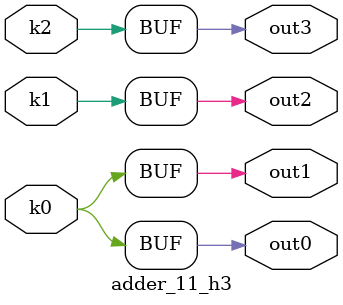
<source format=v>
module adder(pi000, pi001, pi002, pi003, pi004, pi005, pi006, pi007, pi008, pi009, pi010, pi011, pi012, pi013, pi014, pi015, pi016, pi017, pi018, pi019, pi020, pi021, pi022, pi023, pi024, pi025, pi026, pi027, pi028, pi029, pi030, pi031, pi032, pi033, pi034, pi035, pi036, pi037, pi038, pi039, pi040, pi041, pi042, pi043, pi044, pi045, pi046, pi047, pi048, pi049, pi050, pi051, pi052, pi053, pi054, pi055, pi056, pi057, pi058, pi059, pi060, pi061, pi062, pi063, pi064, pi065, pi066, pi067, pi068, pi069, pi070, pi071, pi072, pi073, pi074, pi075, pi076, pi077, pi078, pi079, pi080, pi081, pi082, pi083, pi084, pi085, pi086, pi087, pi088, pi089, pi090, pi091, pi092, pi093, pi094, pi095, pi096, pi097, pi098, pi099, pi100, pi101, pi102, pi103, pi104, pi105, pi106, pi107, pi108, pi109, pi110, pi111, pi112, pi113, pi114, pi115, pi116, pi117, pi118, pi119, pi120, pi121, pi122, pi123, pi124, pi125, pi126, pi127, pi128, pi129, pi130, pi131, pi132, pi133, pi134, pi135, pi136, pi137, pi138, pi139, pi140, pi141, pi142, pi143, pi144, pi145, pi146, pi147, pi148, pi149, pi150, pi151, pi152, pi153, pi154, pi155, pi156, pi157, pi158, pi159, pi160, pi161, pi162, pi163, pi164, pi165, pi166, pi167, pi168, pi169, pi170, pi171, pi172, pi173, pi174, pi175, pi176, pi177, pi178, pi179, pi180, pi181, pi182, pi183, pi184, pi185, pi186, pi187, pi188, pi189, pi190, pi191, pi192, pi193, pi194, pi195, pi196, pi197, pi198, pi199, pi200, pi201, pi202, pi203, pi204, pi205, pi206, pi207, pi208, pi209, pi210, pi211, pi212, pi213, pi214, pi215, pi216, pi217, pi218, pi219, pi220, pi221, pi222, pi223, pi224, pi225, pi226, pi227, pi228, pi229, pi230, pi231, pi232, pi233, pi234, pi235, pi236, pi237, pi238, pi239, pi240, pi241, pi242, pi243, pi244, pi245, pi246, pi247, pi248, pi249, pi250, pi251, pi252, pi253, pi254, pi255, po000, po001, po002, po003, po004, po005, po006, po007, po008, po009, po010, po011, po012, po013, po014, po015, po016, po017, po018, po019, po020, po021, po022, po023, po024, po025, po026, po027, po028, po029, po030, po031, po032, po033, po034, po035, po036, po037, po038, po039, po040, po041, po042, po043, po044, po045, po046, po047, po048, po049, po050, po051, po052, po053, po054, po055, po056, po057, po058, po059, po060, po061, po062, po063, po064, po065, po066, po067, po068, po069, po070, po071, po072, po073, po074, po075, po076, po077, po078, po079, po080, po081, po082, po083, po084, po085, po086, po087, po088, po089, po090, po091, po092, po093, po094, po095, po096, po097, po098, po099, po100, po101, po102, po103, po104, po105, po106, po107, po108, po109, po110, po111, po112, po113, po114, po115, po116, po117, po118, po119, po120, po121, po122, po123, po124, po125, po126, po127, po128);
  input pi000, pi001, pi002, pi003, pi004, pi005, pi006, pi007, pi008, pi009, pi010, pi011, pi012, pi013, pi014, pi015, pi016, pi017, pi018, pi019, pi020, pi021, pi022, pi023, pi024, pi025, pi026, pi027, pi028, pi029, pi030, pi031, pi032, pi033, pi034, pi035, pi036, pi037, pi038, pi039, pi040, pi041, pi042, pi043, pi044, pi045, pi046, pi047, pi048, pi049, pi050, pi051, pi052, pi053, pi054, pi055, pi056, pi057, pi058, pi059, pi060, pi061, pi062, pi063, pi064, pi065, pi066, pi067, pi068, pi069, pi070, pi071, pi072, pi073, pi074, pi075, pi076, pi077, pi078, pi079, pi080, pi081, pi082, pi083, pi084, pi085, pi086, pi087, pi088, pi089, pi090, pi091, pi092, pi093, pi094, pi095, pi096, pi097, pi098, pi099, pi100, pi101, pi102, pi103, pi104, pi105, pi106, pi107, pi108, pi109, pi110, pi111, pi112, pi113, pi114, pi115, pi116, pi117, pi118, pi119, pi120, pi121, pi122, pi123, pi124, pi125, pi126, pi127, pi128, pi129, pi130, pi131, pi132, pi133, pi134, pi135, pi136, pi137, pi138, pi139, pi140, pi141, pi142, pi143, pi144, pi145, pi146, pi147, pi148, pi149, pi150, pi151, pi152, pi153, pi154, pi155, pi156, pi157, pi158, pi159, pi160, pi161, pi162, pi163, pi164, pi165, pi166, pi167, pi168, pi169, pi170, pi171, pi172, pi173, pi174, pi175, pi176, pi177, pi178, pi179, pi180, pi181, pi182, pi183, pi184, pi185, pi186, pi187, pi188, pi189, pi190, pi191, pi192, pi193, pi194, pi195, pi196, pi197, pi198, pi199, pi200, pi201, pi202, pi203, pi204, pi205, pi206, pi207, pi208, pi209, pi210, pi211, pi212, pi213, pi214, pi215, pi216, pi217, pi218, pi219, pi220, pi221, pi222, pi223, pi224, pi225, pi226, pi227, pi228, pi229, pi230, pi231, pi232, pi233, pi234, pi235, pi236, pi237, pi238, pi239, pi240, pi241, pi242, pi243, pi244, pi245, pi246, pi247, pi248, pi249, pi250, pi251, pi252, pi253, pi254, pi255;
  output po000, po001, po002, po003, po004, po005, po006, po007, po008, po009, po010, po011, po012, po013, po014, po015, po016, po017, po018, po019, po020, po021, po022, po023, po024, po025, po026, po027, po028, po029, po030, po031, po032, po033, po034, po035, po036, po037, po038, po039, po040, po041, po042, po043, po044, po045, po046, po047, po048, po049, po050, po051, po052, po053, po054, po055, po056, po057, po058, po059, po060, po061, po062, po063, po064, po065, po066, po067, po068, po069, po070, po071, po072, po073, po074, po075, po076, po077, po078, po079, po080, po081, po082, po083, po084, po085, po086, po087, po088, po089, po090, po091, po092, po093, po094, po095, po096, po097, po098, po099, po100, po101, po102, po103, po104, po105, po106, po107, po108, po109, po110, po111, po112, po113, po114, po115, po116, po117, po118, po119, po120, po121, po122, po123, po124, po125, po126, po127, po128;
  wire n0, n1, n2, n3, n4, n5, n6, n7, n8, n9, n10, n11, n12, n13, n14, n15, n16, n17, n18, n19, n20, n21, n22, n23, n24, n25, n26, n27, n28, n29, n30, n31, n32, n33, n34, n35, n36, n37, n38, tpo000, tpo001, tpo002, tpo003, tpo004, tpo005, tpo006, tpo007, tpo008, tpo009, tpo010, tpo011, tpo012, tpo013, tpo014, tpo015, tpo016, tpo017, tpo018, tpo019, tpo020, tpo021, tpo022, tpo023, tpo024, tpo025, tpo026, tpo027, tpo028, tpo029, tpo030, tpo031, tpo032, tpo033, tpo034, tpo035, tpo036, tpo037, tpo038, tpo039, tpo040, tpo041, tpo042, tpo043, tpo044, tpo045, tpo046, tpo047, tpo048, tpo049, tpo050, tpo051, tpo052, tpo053, tpo054, tpo055, tpo056, tpo057, tpo058, tpo059, tpo060, tpo061, tpo062, tpo063, tpo064, tpo065, tpo066, tpo067, tpo068, tpo069, tpo070, tpo071, tpo072, tpo073, tpo074, tpo075, tpo076, tpo077, tpo078, tpo079, tpo080, tpo081, tpo082, tpo083, tpo084, tpo085, tpo086, tpo087, tpo088, tpo089, tpo090, tpo091, tpo092, tpo093, tpo094, tpo095, tpo096, tpo097, tpo098, tpo099, tpo100, tpo101, tpo102, tpo103, tpo104, tpo105, tpo106, tpo107, tpo108, tpo109, tpo110, tpo111, tpo112, tpo113, tpo114, tpo115, tpo116, tpo117, tpo118, tpo119, tpo120, tpo121, tpo122, tpo123, tpo124, tpo125, tpo126, tpo127, tpo128;
  assign po000 = ~tpo000;
  assign po001 = ~tpo001;
  assign po002 = tpo002;
  assign po003 = tpo003;
  assign po004 = tpo004;
  assign po005 = tpo005;
  assign po006 = tpo006;
  assign po007 = tpo007;
  assign po008 = tpo008;
  assign po009 = tpo009;
  assign po010 = tpo010;
  assign po011 = tpo011;
  assign po012 = tpo012;
  assign po013 = tpo013;
  assign po014 = tpo014;
  assign po015 = tpo015;
  assign po016 = tpo016;
  assign po017 = tpo017;
  assign po018 = tpo018;
  assign po019 = tpo019;
  assign po020 = tpo020;
  assign po021 = tpo021;
  assign po022 = tpo022;
  assign po023 = tpo023;
  assign po024 = tpo024;
  assign po025 = tpo025;
  assign po026 = tpo026;
  assign po027 = tpo027;
  assign po028 = tpo028;
  assign po029 = tpo029;
  assign po030 = tpo030;
  assign po031 = tpo031;
  assign po032 = tpo032;
  assign po033 = tpo033;
  assign po034 = tpo034;
  assign po035 = tpo035;
  assign po036 = tpo036;
  assign po037 = tpo037;
  assign po038 = tpo038;
  assign po039 = tpo039;
  assign po040 = tpo040;
  assign po041 = tpo041;
  assign po042 = tpo042;
  assign po043 = tpo043;
  assign po044 = tpo044;
  assign po045 = tpo045;
  assign po046 = tpo046;
  assign po047 = tpo047;
  assign po048 = tpo048;
  assign po049 = tpo049;
  assign po050 = tpo050;
  assign po051 = tpo051;
  assign po052 = tpo052;
  assign po053 = tpo053;
  assign po054 = tpo054;
  assign po055 = tpo055;
  assign po056 = tpo056;
  assign po057 = tpo057;
  assign po058 = tpo058;
  assign po059 = tpo059;
  assign po060 = tpo060;
  assign po061 = tpo061;
  assign po062 = tpo062;
  assign po063 = tpo063;
  assign po064 = tpo064;
  assign po065 = tpo065;
  assign po066 = tpo066;
  assign po067 = tpo067;
  assign po068 = tpo068;
  assign po069 = tpo069;
  assign po070 = tpo070;
  assign po071 = tpo071;
  assign po072 = tpo072;
  assign po073 = tpo073;
  assign po074 = tpo074;
  assign po075 = tpo075;
  assign po076 = tpo076;
  assign po077 = tpo077;
  assign po078 = tpo078;
  assign po079 = tpo079;
  assign po080 = tpo080;
  assign po081 = tpo081;
  assign po082 = tpo082;
  assign po083 = tpo083;
  assign po084 = tpo084;
  assign po085 = tpo085;
  assign po086 = tpo086;
  assign po087 = tpo087;
  assign po088 = tpo088;
  assign po089 = tpo089;
  assign po090 = tpo090;
  assign po091 = tpo091;
  assign po092 = tpo092;
  assign po093 = tpo093;
  assign po094 = tpo094;
  assign po095 = tpo095;
  assign po096 = tpo096;
  assign po097 = tpo097;
  assign po098 = tpo098;
  assign po099 = tpo099;
  assign po100 = tpo100;
  assign po101 = tpo101;
  assign po102 = tpo102;
  assign po103 = tpo103;
  assign po104 = tpo104;
  assign po105 = tpo105;
  assign po106 = tpo106;
  assign po107 = tpo107;
  assign po108 = tpo108;
  assign po109 = tpo109;
  assign po110 = tpo110;
  assign po111 = tpo111;
  assign po112 = tpo112;
  assign po113 = tpo113;
  assign po114 = tpo114;
  assign po115 = tpo115;
  assign po116 = tpo116;
  assign po117 = tpo117;
  assign po118 = tpo118;
  assign po119 = tpo119;
  assign po120 = tpo120;
  assign po121 = tpo121;
  assign po122 = tpo122;
  assign po123 = tpo123;
  assign po124 = tpo124;
  assign po125 = tpo125;
  assign po126 = tpo126;
  assign po127 = tpo127;
  assign po128 = ~tpo128;
  adder_0 U0 ( .pi0( pi115 ), .pi1( pi116 ), .pi2( pi117 ), .pi3( pi243 ), .pi4( pi244 ), .pi5( pi245 ), .pi6( n35 ), .po0( tpo115 ), .po1( tpo116 ), .po2( tpo117 ), .po3( n36 ) );
  adder_1 U1 ( .pi0( pi112 ), .pi1( pi113 ), .pi2( pi114 ), .pi3( pi240 ), .pi4( pi241 ), .pi5( pi242 ), .pi6( n34 ), .po0( tpo112 ), .po1( tpo113 ), .po2( tpo114 ), .po3( n35 ) );
  adder_2 U2 ( .pi0( pi125 ), .pi1( pi126 ), .pi2( pi127 ), .pi3( pi253 ), .pi4( pi254 ), .pi5( pi255 ), .pi6( n38 ), .po0( tpo125 ), .po1( tpo126 ), .po2( tpo127 ), .po3( tpo128 ) );
  adder_3 U3 ( .pi0( pi122 ), .pi1( pi123 ), .pi2( pi124 ), .pi3( pi250 ), .pi4( pi251 ), .pi5( pi252 ), .pi6( n37 ), .po0( tpo122 ), .po1( tpo123 ), .po2( tpo124 ), .po3( n38 ) );
  adder_4 U4 ( .pi0( pi118 ), .pi1( pi119 ), .pi2( pi120 ), .pi3( pi121 ), .pi4( pi246 ), .pi5( pi247 ), .pi6( pi248 ), .pi7( pi249 ), .pi8( n36 ), .po0( tpo118 ), .po1( tpo119 ), .po2( tpo120 ), .po3( tpo121 ), .po4( n37 ) );
  adder_5 U5 ( .pi0( pi106 ), .pi1( pi107 ), .pi2( pi108 ), .pi3( pi234 ), .pi4( pi235 ), .pi5( pi236 ), .pi6( n32 ), .po0( tpo106 ), .po1( tpo107 ), .po2( tpo108 ), .po3( n33 ) );
  adder_6 U6 ( .pi0( pi109 ), .pi1( pi110 ), .pi2( pi111 ), .pi3( pi237 ), .pi4( pi238 ), .pi5( pi239 ), .pi6( n33 ), .po0( tpo109 ), .po1( tpo110 ), .po2( tpo111 ), .po3( n34 ) );
  adder_7 U7 ( .pi0( pi103 ), .pi1( pi104 ), .pi2( pi105 ), .pi3( pi231 ), .pi4( pi232 ), .pi5( pi233 ), .pi6( n31 ), .po0( tpo103 ), .po1( tpo104 ), .po2( tpo105 ), .po3( n32 ) );
  adder_8 U8 ( .pi0( pi096 ), .pi1( pi097 ), .pi2( pi098 ), .pi3( pi224 ), .pi4( pi225 ), .pi5( pi226 ), .pi6( n29 ), .po0( tpo096 ), .po1( tpo097 ), .po2( tpo098 ), .po3( n30 ) );
  adder_9 U9 ( .pi0( pi099 ), .pi1( pi100 ), .pi2( pi101 ), .pi3( pi102 ), .pi4( pi227 ), .pi5( pi228 ), .pi6( pi229 ), .pi7( pi230 ), .pi8( n30 ), .po0( tpo099 ), .po1( tpo100 ), .po2( tpo101 ), .po3( tpo102 ), .po4( n31 ) );
  adder_10 U10 ( .pi0( pi093 ), .pi1( pi094 ), .pi2( pi095 ), .pi3( pi221 ), .pi4( pi222 ), .pi5( pi223 ), .pi6( n28 ), .po0( tpo093 ), .po1( tpo094 ), .po2( tpo095 ), .po3( n29 ) );
  adder_11 U11 ( .pi0( pi090 ), .pi1( pi091 ), .pi2( pi092 ), .pi3( pi218 ), .pi4( pi219 ), .pi5( pi220 ), .pi6( n27 ), .po0( tpo090 ), .po1( tpo091 ), .po2( tpo092 ), .po3( n28 ) );
  adder_12 U12 ( .pi0( pi080 ), .pi1( pi081 ), .pi2( pi082 ), .pi3( pi208 ), .pi4( pi209 ), .pi5( pi210 ), .pi6( n24 ), .po0( tpo080 ), .po1( tpo081 ), .po2( tpo082 ), .po3( n25 ) );
  adder_13 U13 ( .pi0( pi087 ), .pi1( pi088 ), .pi2( pi089 ), .pi3( pi215 ), .pi4( pi216 ), .pi5( pi217 ), .pi6( n26 ), .po0( tpo087 ), .po1( tpo088 ), .po2( tpo089 ), .po3( n27 ) );
  adder_14 U14 ( .pi0( pi083 ), .pi1( pi084 ), .pi2( pi085 ), .pi3( pi086 ), .pi4( pi211 ), .pi5( pi212 ), .pi6( pi213 ), .pi7( pi214 ), .pi8( n25 ), .po0( tpo083 ), .po1( tpo084 ), .po2( tpo085 ), .po3( tpo086 ), .po4( n26 ) );
  adder_15 U15 ( .pi0( pi074 ), .pi1( pi075 ), .pi2( pi076 ), .pi3( pi202 ), .pi4( pi203 ), .pi5( pi204 ), .pi6( n22 ), .po0( tpo074 ), .po1( tpo075 ), .po2( tpo076 ), .po3( n23 ) );
  adder_16 U16 ( .pi0( pi077 ), .pi1( pi078 ), .pi2( pi079 ), .pi3( pi205 ), .pi4( pi206 ), .pi5( pi207 ), .pi6( n23 ), .po0( tpo077 ), .po1( tpo078 ), .po2( tpo079 ), .po3( n24 ) );
  adder_17 U17 ( .pi0( pi071 ), .pi1( pi072 ), .pi2( pi073 ), .pi3( pi199 ), .pi4( pi200 ), .pi5( pi201 ), .pi6( n21 ), .po0( tpo071 ), .po1( tpo072 ), .po2( tpo073 ), .po3( n22 ) );
  adder_18 U18 ( .pi0( pi068 ), .pi1( pi069 ), .pi2( pi070 ), .pi3( pi196 ), .pi4( pi197 ), .pi5( pi198 ), .pi6( n20 ), .po0( tpo068 ), .po1( tpo069 ), .po2( tpo070 ), .po3( n21 ) );
  adder_19 U19 ( .pi0( pi064 ), .pi1( pi065 ), .pi2( pi066 ), .pi3( pi067 ), .pi4( pi192 ), .pi5( pi193 ), .pi6( pi194 ), .pi7( pi195 ), .pi8( n19 ), .po0( tpo064 ), .po1( tpo065 ), .po2( tpo066 ), .po3( tpo067 ), .po4( n20 ) );
  adder_20 U20 ( .pi0( pi016 ), .pi1( pi017 ), .pi2( pi018 ), .pi3( pi144 ), .pi4( pi145 ), .pi5( pi146 ), .pi6( n4 ), .po0( tpo016 ), .po1( tpo017 ), .po2( tpo018 ), .po3( n5 ) );
  adder_21 U21 ( .pi0( pi019 ), .pi1( pi020 ), .pi2( pi021 ), .pi3( pi147 ), .pi4( pi148 ), .pi5( pi149 ), .pi6( n5 ), .po0( tpo019 ), .po1( tpo020 ), .po2( tpo021 ), .po3( n6 ) );
  adder_22 U22 ( .pi0( pi029 ), .pi1( pi030 ), .pi2( pi031 ), .pi3( pi157 ), .pi4( pi158 ), .pi5( pi159 ), .pi6( n8 ), .po0( tpo029 ), .po1( tpo030 ), .po2( tpo031 ), .po3( n9 ) );
  adder_23 U23 ( .pi0( pi022 ), .pi1( pi023 ), .pi2( pi024 ), .pi3( pi025 ), .pi4( pi150 ), .pi5( pi151 ), .pi6( pi152 ), .pi7( pi153 ), .pi8( n6 ), .po0( tpo022 ), .po1( tpo023 ), .po2( tpo024 ), .po3( tpo025 ), .po4( n7 ) );
  adder_24 U24 ( .pi0( pi026 ), .pi1( pi027 ), .pi2( pi028 ), .pi3( pi154 ), .pi4( pi155 ), .pi5( pi156 ), .pi6( n7 ), .po0( tpo026 ), .po1( tpo027 ), .po2( tpo028 ), .po3( n8 ) );
  adder_25 U25 ( .pi0( pi010 ), .pi1( pi011 ), .pi2( pi012 ), .pi3( pi138 ), .pi4( pi139 ), .pi5( pi140 ), .pi6( n2 ), .po0( tpo010 ), .po1( tpo011 ), .po2( tpo012 ), .po3( n3 ) );
  adder_26 U26 ( .pi0( pi013 ), .pi1( pi014 ), .pi2( pi015 ), .pi3( pi141 ), .pi4( pi142 ), .pi5( pi143 ), .pi6( n3 ), .po0( tpo013 ), .po1( tpo014 ), .po2( tpo015 ), .po3( n4 ) );
  adder_27 U27 ( .pi0( pi007 ), .pi1( pi008 ), .pi2( pi009 ), .pi3( pi135 ), .pi4( pi136 ), .pi5( pi137 ), .pi6( n1 ), .po0( tpo007 ), .po1( tpo008 ), .po2( tpo009 ), .po3( n2 ) );
  adder_28 U28 ( .pi0( pi000 ), .pi1( pi001 ), .pi2( pi002 ), .pi3( pi003 ), .pi4( pi128 ), .pi5( pi129 ), .pi6( pi130 ), .pi7( pi131 ), .po0( tpo000 ), .po1( tpo001 ), .po2( tpo002 ), .po3( tpo003 ), .po4( n0 ) );
  adder_29 U29 ( .pi0( pi004 ), .pi1( pi005 ), .pi2( pi006 ), .pi3( pi132 ), .pi4( pi133 ), .pi5( pi134 ), .pi6( n0 ), .po0( tpo004 ), .po1( tpo005 ), .po2( tpo006 ), .po3( n1 ) );
  adder_30 U30 ( .pi0( pi058 ), .pi1( pi059 ), .pi2( pi060 ), .pi3( pi186 ), .pi4( pi187 ), .pi5( pi188 ), .pi6( n17 ), .po0( tpo058 ), .po1( tpo059 ), .po2( tpo060 ), .po3( n18 ) );
  adder_31 U31 ( .pi0( pi061 ), .pi1( pi062 ), .pi2( pi063 ), .pi3( pi189 ), .pi4( pi190 ), .pi5( pi191 ), .pi6( n18 ), .po0( tpo061 ), .po1( tpo062 ), .po2( tpo063 ), .po3( n19 ) );
  adder_32 U32 ( .pi0( pi055 ), .pi1( pi056 ), .pi2( pi057 ), .pi3( pi183 ), .pi4( pi184 ), .pi5( pi185 ), .pi6( n16 ), .po0( tpo055 ), .po1( tpo056 ), .po2( tpo057 ), .po3( n17 ) );
  adder_33 U33 ( .pi0( pi048 ), .pi1( pi049 ), .pi2( pi050 ), .pi3( pi051 ), .pi4( pi176 ), .pi5( pi177 ), .pi6( pi178 ), .pi7( pi179 ), .pi8( n14 ), .po0( tpo048 ), .po1( tpo049 ), .po2( tpo050 ), .po3( tpo051 ), .po4( n15 ) );
  adder_34 U34 ( .pi0( pi052 ), .pi1( pi053 ), .pi2( pi054 ), .pi3( pi180 ), .pi4( pi181 ), .pi5( pi182 ), .pi6( n15 ), .po0( tpo052 ), .po1( tpo053 ), .po2( tpo054 ), .po3( n16 ) );
  adder_35 U35 ( .pi0( pi045 ), .pi1( pi046 ), .pi2( pi047 ), .pi3( pi173 ), .pi4( pi174 ), .pi5( pi175 ), .pi6( n13 ), .po0( tpo045 ), .po1( tpo046 ), .po2( tpo047 ), .po3( n14 ) );
  adder_36 U36 ( .pi0( pi042 ), .pi1( pi043 ), .pi2( pi044 ), .pi3( pi170 ), .pi4( pi171 ), .pi5( pi172 ), .pi6( n12 ), .po0( tpo042 ), .po1( tpo043 ), .po2( tpo044 ), .po3( n13 ) );
  adder_37 U37 ( .pi0( pi032 ), .pi1( pi033 ), .pi2( pi034 ), .pi3( pi160 ), .pi4( pi161 ), .pi5( pi162 ), .pi6( n9 ), .po0( tpo032 ), .po1( tpo033 ), .po2( tpo034 ), .po3( n10 ) );
  adder_38 U38 ( .pi0( pi035 ), .pi1( pi036 ), .pi2( pi037 ), .pi3( pi163 ), .pi4( pi164 ), .pi5( pi165 ), .pi6( n10 ), .po0( tpo035 ), .po1( tpo036 ), .po2( tpo037 ), .po3( n11 ) );
  adder_39 U39 ( .pi0( pi038 ), .pi1( pi039 ), .pi2( pi040 ), .pi3( pi041 ), .pi4( pi166 ), .pi5( pi167 ), .pi6( pi168 ), .pi7( pi169 ), .pi8( n11 ), .po0( tpo038 ), .po1( tpo039 ), .po2( tpo040 ), .po3( tpo041 ), .po4( n12 ) );
endmodule
module adder_0(pi0, pi1, pi2, pi3, pi4, pi5, pi6, po0, po1, po2, po3);
  input pi0, pi1, pi2, pi3, pi4, pi5, pi6;
  output po0, po1, po2, po3;
  wire n8, n9, n10, n11, n12, n13, n14, n15, n16, n17, n18, n19, n20, n21, n22, n23, n24, n25, n26, n27, n28, n29, n30, n31;
  assign n8 = ~pi0 & ~pi3;
  assign n9 = pi0 & pi3;
  assign n10 = ~n8 & ~n9;
  assign n11 = pi6 & ~n10;
  assign n12 = ~pi6 & n10;
  assign n13 = ~n11 & ~n12;
  assign n14 = ~pi6 & ~n8;
  assign n15 = ~n9 & ~n14;
  assign n16 = ~pi1 & ~pi4;
  assign n17 = pi1 & pi4;
  assign n18 = ~n16 & ~n17;
  assign n19 = n15 & ~n18;
  assign n20 = ~n15 & n18;
  assign n21 = ~n19 & ~n20;
  assign n22 = ~n15 & ~n16;
  assign n23 = ~n17 & ~n22;
  assign n24 = ~pi2 & ~pi5;
  assign n25 = pi2 & pi5;
  assign n26 = ~n24 & ~n25;
  assign n27 = n23 & ~n26;
  assign n28 = ~n23 & n26;
  assign n29 = ~n27 & ~n28;
  assign n30 = ~n23 & ~n24;
  assign n31 = ~n25 & ~n30;
  assign po0 = n13;
  assign po1 = n21;
  assign po2 = n29;
  assign po3 = n31;
endmodule
module adder_1(pi0, pi1, pi2, pi3, pi4, pi5, pi6, po0, po1, po2, po3);
  input pi0, pi1, pi2, pi3, pi4, pi5, pi6;
  output po0, po1, po2, po3;
  wire n8, n9, n10, n11, n12, n13, n14, n15, n16, n17, n18, n19, n20, n21, n22, n23, n24, n25, n26, n27, n28, n29, n30, n31;
  assign n8 = ~pi0 & ~pi3;
  assign n9 = pi0 & pi3;
  assign n10 = ~n8 & ~n9;
  assign n11 = pi6 & ~n10;
  assign n12 = ~pi6 & n10;
  assign n13 = ~n11 & ~n12;
  assign n14 = ~pi6 & ~n8;
  assign n15 = ~n9 & ~n14;
  assign n16 = ~pi1 & ~pi4;
  assign n17 = pi1 & pi4;
  assign n18 = ~n16 & ~n17;
  assign n19 = n15 & ~n18;
  assign n20 = ~n15 & n18;
  assign n21 = ~n19 & ~n20;
  assign n22 = ~n15 & ~n16;
  assign n23 = ~n17 & ~n22;
  assign n24 = ~pi2 & ~pi5;
  assign n25 = pi2 & pi5;
  assign n26 = ~n24 & ~n25;
  assign n27 = n23 & ~n26;
  assign n28 = ~n23 & n26;
  assign n29 = ~n27 & ~n28;
  assign n30 = ~n23 & ~n24;
  assign n31 = ~n25 & ~n30;
  assign po0 = n13;
  assign po1 = n21;
  assign po2 = n29;
  assign po3 = n31;
endmodule
module adder_2(pi0, pi1, pi2, pi3, pi4, pi5, pi6, po0, po1, po2, po3);
  input pi0, pi1, pi2, pi3, pi4, pi5, pi6;
  output po0, po1, po2, po3;
  wire n8, n9, n10, n11, n12, n13, n14, n15, n16, n17, n18, n19, n20, n21, n22, n23, n24, n25, n26, n27, n28, n29, n30, n31;
  assign n8 = ~pi0 & ~pi3;
  assign n9 = pi0 & pi3;
  assign n10 = ~n8 & ~n9;
  assign n11 = pi6 & ~n10;
  assign n12 = ~pi6 & n10;
  assign n13 = ~n11 & ~n12;
  assign n14 = ~pi6 & ~n8;
  assign n15 = ~n9 & ~n14;
  assign n16 = ~pi1 & ~pi4;
  assign n17 = pi1 & pi4;
  assign n18 = ~n16 & ~n17;
  assign n19 = n15 & ~n18;
  assign n20 = ~n15 & n18;
  assign n21 = ~n19 & ~n20;
  assign n22 = ~n15 & ~n16;
  assign n23 = ~n17 & ~n22;
  assign n24 = ~pi2 & ~pi5;
  assign n25 = pi2 & pi5;
  assign n26 = ~n24 & ~n25;
  assign n27 = n23 & ~n26;
  assign n28 = ~n23 & n26;
  assign n29 = ~n27 & ~n28;
  assign n30 = ~n23 & ~n24;
  assign n31 = ~n25 & ~n30;
  assign po0 = n13;
  assign po1 = n21;
  assign po2 = n29;
  assign po3 = n31;
endmodule
module adder_3(pi0, pi1, pi2, pi3, pi4, pi5, pi6, po0, po1, po2, po3);
  input pi0, pi1, pi2, pi3, pi4, pi5, pi6;
  output po0, po1, po2, po3;
  wire n8, n9, n10, n11, n12, n13, n14, n15, n16, n17, n18, n19, n20, n21, n22, n23, n24, n25, n26, n27, n28, n29, n30, n31;
  assign n8 = ~pi0 & ~pi3;
  assign n9 = pi0 & pi3;
  assign n10 = ~n8 & ~n9;
  assign n11 = pi6 & ~n10;
  assign n12 = ~pi6 & n10;
  assign n13 = ~n11 & ~n12;
  assign n14 = ~pi6 & ~n8;
  assign n15 = ~n9 & ~n14;
  assign n16 = ~pi1 & ~pi4;
  assign n17 = pi1 & pi4;
  assign n18 = ~n16 & ~n17;
  assign n19 = n15 & ~n18;
  assign n20 = ~n15 & n18;
  assign n21 = ~n19 & ~n20;
  assign n22 = ~n15 & ~n16;
  assign n23 = ~n17 & ~n22;
  assign n24 = ~pi2 & ~pi5;
  assign n25 = pi2 & pi5;
  assign n26 = ~n24 & ~n25;
  assign n27 = n23 & ~n26;
  assign n28 = ~n23 & n26;
  assign n29 = ~n27 & ~n28;
  assign n30 = ~n23 & ~n24;
  assign n31 = ~n25 & ~n30;
  assign po0 = n13;
  assign po1 = n21;
  assign po2 = n29;
  assign po3 = n31;
endmodule
module adder_4(pi0, pi1, pi2, pi3, pi4, pi5, pi6, pi7, pi8, po0, po1, po2, po3, po4);
  input pi0, pi1, pi2, pi3, pi4, pi5, pi6, pi7, pi8;
  output po0, po1, po2, po3, po4;
  wire n10, n11, n12, n13, n14, n15, n16, n17, n18, n19, n20, n21, n22, n23, n24, n25, n26, n27, n28, n29, n30, n31, n32, n33, n34, n35, n36, n37, n38, n39, n40, n41;
  assign n10 = ~pi0 & ~pi4;
  assign n11 = pi0 & pi4;
  assign n12 = ~n10 & ~n11;
  assign n13 = pi8 & ~n12;
  assign n14 = ~pi8 & n12;
  assign n15 = ~n13 & ~n14;
  assign n16 = ~pi8 & ~n10;
  assign n17 = ~n11 & ~n16;
  assign n18 = ~pi1 & ~pi5;
  assign n19 = pi1 & pi5;
  assign n20 = ~n18 & ~n19;
  assign n21 = n17 & ~n20;
  assign n22 = ~n17 & n20;
  assign n23 = ~n21 & ~n22;
  assign n24 = ~n17 & ~n18;
  assign n25 = ~n19 & ~n24;
  assign n26 = ~pi2 & ~pi6;
  assign n27 = pi2 & pi6;
  assign n28 = ~n26 & ~n27;
  assign n29 = n25 & ~n28;
  assign n30 = ~n25 & n28;
  assign n31 = ~n29 & ~n30;
  assign n32 = ~n25 & ~n26;
  assign n33 = ~n27 & ~n32;
  assign n34 = ~pi3 & ~pi7;
  assign n35 = pi3 & pi7;
  assign n36 = ~n34 & ~n35;
  assign n37 = n33 & ~n36;
  assign n38 = ~n33 & n36;
  assign n39 = ~n37 & ~n38;
  assign n40 = ~n33 & ~n34;
  assign n41 = ~n35 & ~n40;
  assign po0 = n15;
  assign po1 = n23;
  assign po2 = n31;
  assign po3 = n39;
  assign po4 = n41;
endmodule
module adder_5(pi0, pi1, pi2, pi3, pi4, pi5, pi6, po0, po1, po2, po3);
  input pi0, pi1, pi2, pi3, pi4, pi5, pi6;
  output po0, po1, po2, po3;
  wire n8, n9, n10, n11, n12, n13, n14, n15, n16, n17, n18, n19, n20, n21, n22, n23, n24, n25, n26, n27, n28, n29, n30, n31;
  assign n8 = ~pi0 & ~pi3;
  assign n9 = pi0 & pi3;
  assign n10 = ~n8 & ~n9;
  assign n11 = pi6 & ~n10;
  assign n12 = ~pi6 & n10;
  assign n13 = ~n11 & ~n12;
  assign n14 = ~pi6 & ~n8;
  assign n15 = ~n9 & ~n14;
  assign n16 = ~pi1 & ~pi4;
  assign n17 = pi1 & pi4;
  assign n18 = ~n16 & ~n17;
  assign n19 = n15 & ~n18;
  assign n20 = ~n15 & n18;
  assign n21 = ~n19 & ~n20;
  assign n22 = ~n15 & ~n16;
  assign n23 = ~n17 & ~n22;
  assign n24 = ~pi2 & ~pi5;
  assign n25 = pi2 & pi5;
  assign n26 = ~n24 & ~n25;
  assign n27 = n23 & ~n26;
  assign n28 = ~n23 & n26;
  assign n29 = ~n27 & ~n28;
  assign n30 = ~n23 & ~n24;
  assign n31 = ~n25 & ~n30;
  assign po0 = n13;
  assign po1 = n21;
  assign po2 = n29;
  assign po3 = n31;
endmodule
module adder_6(pi0, pi1, pi2, pi3, pi4, pi5, pi6, po0, po1, po2, po3);
  input pi0, pi1, pi2, pi3, pi4, pi5, pi6;
  output po0, po1, po2, po3;
  wire n8, n9, n10, n11, n12, n13, n14, n15, n16, n17, n18, n19, n20, n21, n22, n23, n24, n25, n26, n27, n28, n29, n30, n31;
  assign n8 = ~pi0 & ~pi3;
  assign n9 = pi0 & pi3;
  assign n10 = ~n8 & ~n9;
  assign n11 = pi6 & ~n10;
  assign n12 = ~pi6 & n10;
  assign n13 = ~n11 & ~n12;
  assign n14 = ~pi6 & ~n8;
  assign n15 = ~n9 & ~n14;
  assign n16 = ~pi1 & ~pi4;
  assign n17 = pi1 & pi4;
  assign n18 = ~n16 & ~n17;
  assign n19 = n15 & ~n18;
  assign n20 = ~n15 & n18;
  assign n21 = ~n19 & ~n20;
  assign n22 = ~n15 & ~n16;
  assign n23 = ~n17 & ~n22;
  assign n24 = ~pi2 & ~pi5;
  assign n25 = pi2 & pi5;
  assign n26 = ~n24 & ~n25;
  assign n27 = n23 & ~n26;
  assign n28 = ~n23 & n26;
  assign n29 = ~n27 & ~n28;
  assign n30 = ~n23 & ~n24;
  assign n31 = ~n25 & ~n30;
  assign po0 = n13;
  assign po1 = n21;
  assign po2 = n29;
  assign po3 = n31;
endmodule
module adder_7(pi0, pi1, pi2, pi3, pi4, pi5, pi6, po0, po1, po2, po3);
  input pi0, pi1, pi2, pi3, pi4, pi5, pi6;
  output po0, po1, po2, po3;
  wire n8, n9, n10, n11, n12, n13, n14, n15, n16, n17, n18, n19, n20, n21, n22, n23, n24, n25, n26, n27, n28, n29, n30, n31;
  assign n8 = ~pi0 & ~pi3;
  assign n9 = pi0 & pi3;
  assign n10 = ~n8 & ~n9;
  assign n11 = pi6 & ~n10;
  assign n12 = ~pi6 & n10;
  assign n13 = ~n11 & ~n12;
  assign n14 = ~pi6 & ~n8;
  assign n15 = ~n9 & ~n14;
  assign n16 = ~pi1 & ~pi4;
  assign n17 = pi1 & pi4;
  assign n18 = ~n16 & ~n17;
  assign n19 = n15 & ~n18;
  assign n20 = ~n15 & n18;
  assign n21 = ~n19 & ~n20;
  assign n22 = ~n15 & ~n16;
  assign n23 = ~n17 & ~n22;
  assign n24 = ~pi2 & ~pi5;
  assign n25 = pi2 & pi5;
  assign n26 = ~n24 & ~n25;
  assign n27 = n23 & ~n26;
  assign n28 = ~n23 & n26;
  assign n29 = ~n27 & ~n28;
  assign n30 = ~n23 & ~n24;
  assign n31 = ~n25 & ~n30;
  assign po0 = n13;
  assign po1 = n21;
  assign po2 = n29;
  assign po3 = n31;
endmodule
module adder_8(pi0, pi1, pi2, pi3, pi4, pi5, pi6, po0, po1, po2, po3);
  input pi0, pi1, pi2, pi3, pi4, pi5, pi6;
  output po0, po1, po2, po3;
  wire n8, n9, n10, n11, n12, n13, n14, n15, n16, n17, n18, n19, n20, n21, n22, n23, n24, n25, n26, n27, n28, n29, n30, n31;
  assign n8 = ~pi0 & ~pi3;
  assign n9 = pi0 & pi3;
  assign n10 = ~n8 & ~n9;
  assign n11 = pi6 & ~n10;
  assign n12 = ~pi6 & n10;
  assign n13 = ~n11 & ~n12;
  assign n14 = ~pi6 & ~n8;
  assign n15 = ~n9 & ~n14;
  assign n16 = ~pi1 & ~pi4;
  assign n17 = pi1 & pi4;
  assign n18 = ~n16 & ~n17;
  assign n19 = n15 & ~n18;
  assign n20 = ~n15 & n18;
  assign n21 = ~n19 & ~n20;
  assign n22 = ~n15 & ~n16;
  assign n23 = ~n17 & ~n22;
  assign n24 = ~pi2 & ~pi5;
  assign n25 = pi2 & pi5;
  assign n26 = ~n24 & ~n25;
  assign n27 = n23 & ~n26;
  assign n28 = ~n23 & n26;
  assign n29 = ~n27 & ~n28;
  assign n30 = ~n23 & ~n24;
  assign n31 = ~n25 & ~n30;
  assign po0 = n13;
  assign po1 = n21;
  assign po2 = n29;
  assign po3 = n31;
endmodule
module adder_9(pi0, pi1, pi2, pi3, pi4, pi5, pi6, pi7, pi8, po0, po1, po2, po3, po4);
  input pi0, pi1, pi2, pi3, pi4, pi5, pi6, pi7, pi8;
  output po0, po1, po2, po3, po4;
  wire n10, n11, n12, n13, n14, n15, n16, n17, n18, n19, n20, n21, n22, n23, n24, n25, n26, n27, n28, n29, n30, n31, n32, n33, n34, n35, n36, n37, n38, n39, n40, n41;
  assign n10 = ~pi0 & ~pi4;
  assign n11 = pi0 & pi4;
  assign n12 = ~n10 & ~n11;
  assign n13 = pi8 & ~n12;
  assign n14 = ~pi8 & n12;
  assign n15 = ~n13 & ~n14;
  assign n16 = ~pi8 & ~n10;
  assign n17 = ~n11 & ~n16;
  assign n18 = ~pi1 & ~pi5;
  assign n19 = pi1 & pi5;
  assign n20 = ~n18 & ~n19;
  assign n21 = n17 & ~n20;
  assign n22 = ~n17 & n20;
  assign n23 = ~n21 & ~n22;
  assign n24 = ~n17 & ~n18;
  assign n25 = ~n19 & ~n24;
  assign n26 = ~pi2 & ~pi6;
  assign n27 = pi2 & pi6;
  assign n28 = ~n26 & ~n27;
  assign n29 = n25 & ~n28;
  assign n30 = ~n25 & n28;
  assign n31 = ~n29 & ~n30;
  assign n32 = ~n25 & ~n26;
  assign n33 = ~n27 & ~n32;
  assign n34 = ~pi3 & ~pi7;
  assign n35 = pi3 & pi7;
  assign n36 = ~n34 & ~n35;
  assign n37 = n33 & ~n36;
  assign n38 = ~n33 & n36;
  assign n39 = ~n37 & ~n38;
  assign n40 = ~n33 & ~n34;
  assign n41 = ~n35 & ~n40;
  assign po0 = n15;
  assign po1 = n23;
  assign po2 = n31;
  assign po3 = n39;
  assign po4 = n41;
endmodule
module adder_10(pi0, pi1, pi2, pi3, pi4, pi5, pi6, po0, po1, po2, po3);
  input pi0, pi1, pi2, pi3, pi4, pi5, pi6;
  output po0, po1, po2, po3;
  wire n8, n9, n10, n11, n12, n13, n14, n15, n16, n17, n18, n19, n20, n21, n22, n23, n24, n25, n26, n27, n28, n29, n30, n31;
  assign n8 = ~pi0 & ~pi3;
  assign n9 = pi0 & pi3;
  assign n10 = ~n8 & ~n9;
  assign n11 = pi6 & ~n10;
  assign n12 = ~pi6 & n10;
  assign n13 = ~n11 & ~n12;
  assign n14 = ~pi6 & ~n8;
  assign n15 = ~n9 & ~n14;
  assign n16 = ~pi1 & ~pi4;
  assign n17 = pi1 & pi4;
  assign n18 = ~n16 & ~n17;
  assign n19 = n15 & ~n18;
  assign n20 = ~n15 & n18;
  assign n21 = ~n19 & ~n20;
  assign n22 = ~n15 & ~n16;
  assign n23 = ~n17 & ~n22;
  assign n24 = ~pi2 & ~pi5;
  assign n25 = pi2 & pi5;
  assign n26 = ~n24 & ~n25;
  assign n27 = n23 & ~n26;
  assign n28 = ~n23 & n26;
  assign n29 = ~n27 & ~n28;
  assign n30 = ~n23 & ~n24;
  assign n31 = ~n25 & ~n30;
  assign po0 = n13;
  assign po1 = n21;
  assign po2 = n29;
  assign po3 = n31;
endmodule
module adder_11(pi0, pi1, pi2, pi3, pi4, pi5, pi6, po0, po1, po2, po3);
input pi0, pi1, pi2, pi3, pi4, pi5, pi6;
output po0, po1, po2, po3;
wire k0, k1, k2;
adder_11_w3 DUT1 (pi0, pi1, pi2, pi3, pi4, pi5, pi6, k0, k1, k2);
adder_11_h3 DUT2 (k0, k1, k2, po0, po1, po2, po3);
endmodule

module adder_11_w3(in0, in1, in2, in3, in4, in5, in6, k0, k1, k2);
input in0, in1, in2, in3, in4, in5, in6;
output k0, k1, k2;
assign k0 =   ((~in4 ^ in1) & ((((in6 & (in3 | ~in0)) | (in3 & ~in0)) & (in5 | in2)) | (in5 & in2))) | (((~in3 & in0) | (~in6 & (~in3 | in0))) & (~in5 | ~in2) & (in4 ^ in1)) | (~in5 & ~in2 & (in4 ^ in1));
assign k1 =   ((~in5 ^ in2) & ((in6 & (in3 | ~in0)) | (in3 & ~in0))) | (((~in3 & in0) | (~in6 & (~in3 | in0))) & (in5 ^ in2));
assign k2 =   in6 ? (in3 ^ in0) : (~in3 ^ in0);
endmodule

module adder_11_h3(k0, k1, k2, out0, out1, out2, out3);
input k0, k1, k2;
output out0, out1, out2, out3;
assign out0 = k0;
assign out1 = k0;
assign out2 = k1;
assign out3 = k2;
endmodule

</source>
